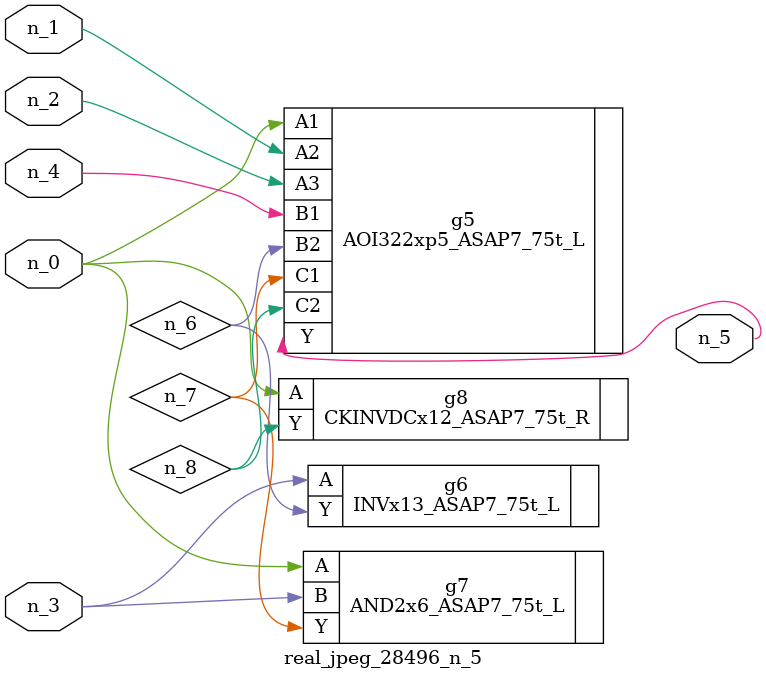
<source format=v>
module real_jpeg_28496_n_5 (n_4, n_0, n_1, n_2, n_3, n_5);

input n_4;
input n_0;
input n_1;
input n_2;
input n_3;

output n_5;

wire n_8;
wire n_6;
wire n_7;

AOI322xp5_ASAP7_75t_L g5 ( 
.A1(n_0),
.A2(n_1),
.A3(n_2),
.B1(n_4),
.B2(n_6),
.C1(n_7),
.C2(n_8),
.Y(n_5)
);

AND2x6_ASAP7_75t_L g7 ( 
.A(n_0),
.B(n_3),
.Y(n_7)
);

CKINVDCx12_ASAP7_75t_R g8 ( 
.A(n_0),
.Y(n_8)
);

INVx13_ASAP7_75t_L g6 ( 
.A(n_3),
.Y(n_6)
);


endmodule
</source>
